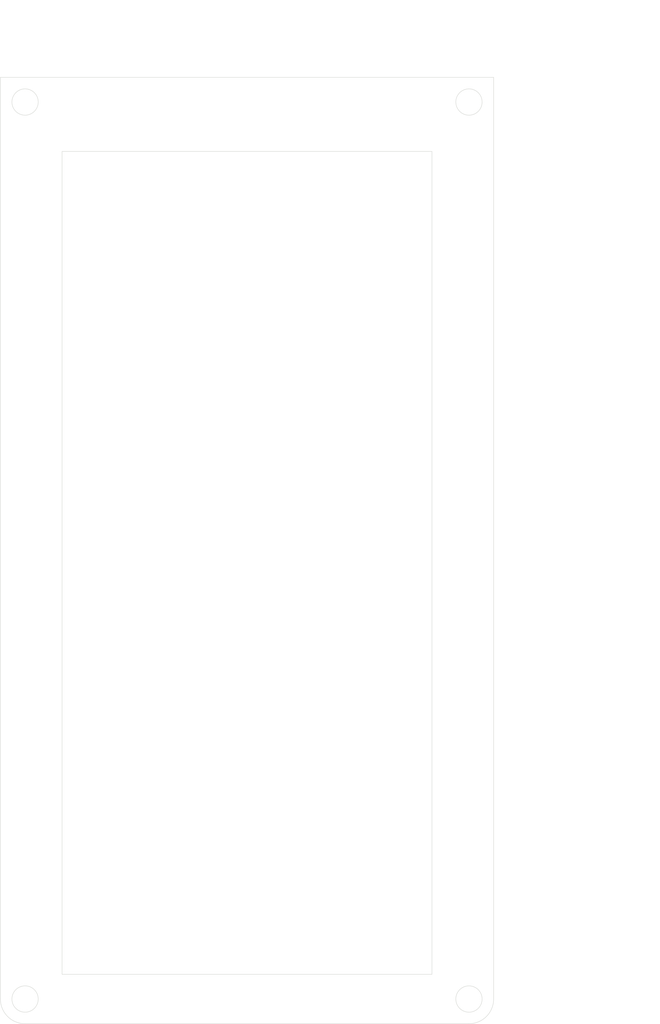
<source format=kicad_pcb>
(kicad_pcb
	(version 20240108)
	(generator "pcbnew")
	(generator_version "8.0")
	(general
		(thickness 1.6)
		(legacy_teardrops no)
	)
	(paper "A4")
	(layers
		(0 "F.Cu" signal)
		(31 "B.Cu" signal)
		(32 "B.Adhes" user "B.Adhesive")
		(33 "F.Adhes" user "F.Adhesive")
		(34 "B.Paste" user)
		(35 "F.Paste" user)
		(36 "B.SilkS" user "B.Silkscreen")
		(37 "F.SilkS" user "F.Silkscreen")
		(38 "B.Mask" user)
		(39 "F.Mask" user)
		(40 "Dwgs.User" user "User.Drawings")
		(41 "Cmts.User" user "User.Comments")
		(42 "Eco1.User" user "User.Eco1")
		(43 "Eco2.User" user "User.Eco2")
		(44 "Edge.Cuts" user)
		(45 "Margin" user)
		(46 "B.CrtYd" user "B.Courtyard")
		(47 "F.CrtYd" user "F.Courtyard")
		(48 "B.Fab" user)
		(49 "F.Fab" user)
		(50 "User.1" user)
		(51 "User.2" user)
		(52 "User.3" user)
		(53 "User.4" user)
		(54 "User.5" user)
		(55 "User.6" user)
		(56 "User.7" user)
		(57 "User.8" user)
		(58 "User.9" user)
	)
	(setup
		(pad_to_mask_clearance 0)
		(allow_soldermask_bridges_in_footprints no)
		(pcbplotparams
			(layerselection 0x0001000_7ffffffe)
			(plot_on_all_layers_selection 0x0000000_00000000)
			(disableapertmacros no)
			(usegerberextensions no)
			(usegerberattributes yes)
			(usegerberadvancedattributes yes)
			(creategerberjobfile yes)
			(dashed_line_dash_ratio 12.000000)
			(dashed_line_gap_ratio 3.000000)
			(svgprecision 4)
			(plotframeref no)
			(viasonmask no)
			(mode 1)
			(useauxorigin no)
			(hpglpennumber 1)
			(hpglpenspeed 20)
			(hpglpendiameter 15.000000)
			(pdf_front_fp_property_popups yes)
			(pdf_back_fp_property_popups yes)
			(dxfpolygonmode yes)
			(dxfimperialunits yes)
			(dxfusepcbnewfont yes)
			(psnegative no)
			(psa4output no)
			(plotreference yes)
			(plotvalue yes)
			(plotfptext yes)
			(plotinvisibletext no)
			(sketchpadsonfab no)
			(subtractmaskfromsilk no)
			(outputformat 3)
			(mirror no)
			(drillshape 0)
			(scaleselection 1)
			(outputdirectory "./")
		)
	)
	(net 0 "")
	(gr_line
		(start 58 175)
		(end 112 175)
		(stroke
			(width 0.05)
			(type default)
		)
		(layer "Edge.Cuts")
		(uuid "0229a380-cc41-43ac-af82-9e416e93142c")
	)
	(gr_line
		(start 55 60)
		(end 55 172)
		(stroke
			(width 0.05)
			(type default)
		)
		(layer "Edge.Cuts")
		(uuid "105c25eb-a35e-446e-b609-ffecacdd5fb8")
	)
	(gr_line
		(start 115 172)
		(end 115 60)
		(stroke
			(width 0.05)
			(type default)
		)
		(layer "Edge.Cuts")
		(uuid "2fc215f2-989c-478b-9549-8f22cb32f433")
	)
	(gr_circle
		(center 58 172)
		(end 59.6 172)
		(stroke
			(width 0.05)
			(type default)
		)
		(fill none)
		(layer "Edge.Cuts")
		(uuid "4826731b-9de6-483c-a116-c099c52afafa")
	)
	(gr_circle
		(center 58 63)
		(end 59.6 63)
		(stroke
			(width 0.05)
			(type default)
		)
		(fill none)
		(layer "Edge.Cuts")
		(uuid "56f0e76a-6998-429b-9ca0-99cc273d40c6")
	)
	(gr_line
		(start 55 60)
		(end 115 60)
		(stroke
			(width 0.05)
			(type default)
		)
		(layer "Edge.Cuts")
		(uuid "a1c2f334-fa09-495f-a343-5cd70e4bca93")
	)
	(gr_circle
		(center 112 63)
		(end 113.6 63)
		(stroke
			(width 0.05)
			(type default)
		)
		(fill none)
		(layer "Edge.Cuts")
		(uuid "a7bc99e7-dce6-4083-b112-899fdb70b155")
	)
	(gr_arc
		(start 58 175)
		(mid 55.87868 174.12132)
		(end 55 172)
		(stroke
			(width 0.05)
			(type default)
		)
		(layer "Edge.Cuts")
		(uuid "b554f016-87d2-498b-9b38-0569cdbd46da")
	)
	(gr_rect
		(start 62.5 69)
		(end 107.5 169)
		(stroke
			(width 0.05)
			(type default)
		)
		(fill none)
		(layer "Edge.Cuts")
		(uuid "d11cc4ae-747e-4014-87ea-bde850b6b0a6")
	)
	(gr_circle
		(center 112 172)
		(end 113.6 172)
		(stroke
			(width 0.05)
			(type default)
		)
		(fill none)
		(layer "Edge.Cuts")
		(uuid "dc9dc17f-9da1-4d19-8686-90944d23124e")
	)
	(gr_arc
		(start 115 172)
		(mid 114.12132 174.12132)
		(end 112 175)
		(stroke
			(width 0.05)
			(type default)
		)
		(layer "Edge.Cuts")
		(uuid "e510ba8d-c79d-4b39-b684-2fbbebc68e6c")
	)
	(gr_line
		(start 55 60)
		(end 55 175)
		(stroke
			(width 0.1)
			(type default)
		)
		(layer "User.1")
		(uuid "02f598d8-bf0f-4418-9144-0a5aded4afd0")
	)
	(gr_rect
		(start 92.5 109)
		(end 107.5 129)
		(stroke
			(width 0.1)
			(type default)
		)
		(fill none)
		(layer "User.1")
		(uuid "084cffdb-ba4e-4c5f-8b46-83090d99991e")
	)
	(gr_rect
		(start 62.5 89)
		(end 77.5 109)
		(stroke
			(width 0.1)
			(type default)
		)
		(fill none)
		(layer "User.1")
		(uuid "20ce94ca-341a-4b1e-9d1a-bf2eb96e505a")
	)
	(gr_rect
		(start 77.5 149)
		(end 92.5 169)
		(stroke
			(width 0.1)
			(type default)
		)
		(fill none)
		(layer "User.1")
		(uuid "3459f605-c19d-457f-9839-3687d094411b")
	)
	(gr_rect
		(start 92.5 149)
		(end 107.5 169)
		(stroke
			(width 0.1)
			(type default)
		)
		(fill none)
		(layer "User.1")
		(uuid "3b05148a-b50c-4a42-86c4-3443d54c288f")
	)
	(gr_rect
		(start 62.5 69)
		(end 77.5 89)
		(stroke
			(width 0.1)
			(type default)
		)
		(fill none)
		(layer "User.1")
		(uuid "46014ca7-f20f-43ee-a664-107ecfef1987")
	)
	(gr_rect
		(start 92.5 129)
		(end 107.5 149)
		(stroke
			(width 0.1)
			(type default)
		)
		(fill none)
		(layer "User.1")
		(uuid "4eff7a9e-d53d-4984-93f3-da1df31c6f46")
	)
	(gr_rect
		(start 77.5 89)
		(end 92.5 109)
		(stroke
			(width 0.1)
			(type default)
		)
		(fill none)
		(layer "User.1")
		(uuid "6636d282-501e-40bb-a914-797a46a03e02")
	)
	(gr_rect
		(start 62.5 129)
		(end 77.5 149)
		(stroke
			(width 0.1)
			(type default)
		)
		(fill none)
		(layer "User.1")
		(uuid "677da1a8-acc5-4894-935f-2659ad4f7356")
	)
	(gr_rect
		(start 77.5 109)
		(end 92.5 129)
		(stroke
			(width 0.1)
			(type default)
		)
		(fill none)
		(layer "User.1")
		(uuid "6ea96248-7ee7-4f93-a78a-03da1d364838")
	)
	(gr_line
		(start 55 175)
		(end 115 175)
		(stroke
			(width 0.1)
			(type default)
		)
		(layer "User.1")
		(uuid "7d2a7e9d-008c-466b-b57a-4e7a9c915991")
	)
	(gr_rect
		(start 77.5 129)
		(end 92.5 149)
		(stroke
			(width 0.1)
			(type default)
		)
		(fill none)
		(layer "User.1")
		(uuid "828d4fc0-5105-4cdd-be8f-bd5856ea9a2e")
	)
	(gr_line
		(start 115 60)
		(end 115 175)
		(stroke
			(width 0.1)
			(type default)
		)
		(layer "User.1")
		(uuid "b97198dc-41b6-42c8-af96-327af0069b24")
	)
	(gr_line
		(start 55 60)
		(end 115 60)
		(stroke
			(width 0.1)
			(type default)
		)
		(layer "User.1")
		(uuid "bc3fa816-dbc7-4f90-9e18-d9155c3b4451")
	)
	(gr_rect
		(start 92.5 89)
		(end 107.5 109)
		(stroke
			(width 0.1)
			(type default)
		)
		(fill none)
		(layer "User.1")
		(uuid "bd793c9f-b322-489f-aa6b-c2efbd4dd966")
	)
	(gr_rect
		(start 62.5 149)
		(end 77.5 169)
		(stroke
			(width 0.1)
			(type default)
		)
		(fill none)
		(layer "User.1")
		(uuid "c10c8115-2136-4621-bdf1-1bc9b121d07e")
	)
	(gr_rect
		(start 77.5 69)
		(end 92.5 89)
		(stroke
			(width 0.1)
			(type default)
		)
		(fill none)
		(layer "User.1")
		(uuid "cd6c0521-6cb7-443b-9421-14631720da7a")
	)
	(gr_rect
		(start 62.5 109)
		(end 77.5 129)
		(stroke
			(width 0.1)
			(type default)
		)
		(fill none)
		(layer "User.1")
		(uuid "d190d352-9e9e-451c-8d76-43fb43206639")
	)
	(gr_rect
		(start 92.5 69)
		(end 107.5 89)
		(stroke
			(width 0.1)
			(type default)
		)
		(fill none)
		(layer "User.1")
		(uuid "e0218d6f-3747-4bae-b293-66d77e03783a")
	)
	(dimension
		(type aligned)
		(layer "User.2")
		(uuid "a8e6604e-d6e0-4b4f-acf7-c6a8e5afe3b6")
		(pts
			(xy 55 60) (xy 115 60)
		)
		(height -7.4)
		(gr_text "60.0000 mm"
			(at 85 51.45 0)
			(layer "User.2")
			(uuid "a8e6604e-d6e0-4b4f-acf7-c6a8e5afe3b6")
			(effects
				(font
					(size 1 1)
					(thickness 0.15)
				)
			)
		)
		(format
			(prefix "")
			(suffix "")
			(units 3)
			(units_format 1)
			(precision 4)
		)
		(style
			(thickness 0.1)
			(arrow_length 1.27)
			(text_position_mode 0)
			(extension_height 0.58642)
			(extension_offset 0.5) keep_text_aligned)
	)
	(dimension
		(type aligned)
		(layer "User.2")
		(uuid "cb19f292-66bd-4d6a-a54e-a7d626102eba")
		(pts
			(xy 115 60) (xy 115 175)
		)
		(height -16)
		(gr_text "115.0000 mm"
			(at 129.85 117.5 90)
			(layer "User.2")
			(uuid "cb19f292-66bd-4d6a-a54e-a7d626102eba")
			(effects
				(font
					(size 1 1)
					(thickness 0.15)
				)
			)
		)
		(format
			(prefix "")
			(suffix "")
			(units 3)
			(units_format 1)
			(precision 4)
		)
		(style
			(thickness 0.1)
			(arrow_length 1.27)
			(text_position_mode 0)
			(extension_height 0.58642)
			(extension_offset 0.5) keep_text_aligned)
	)
)

</source>
